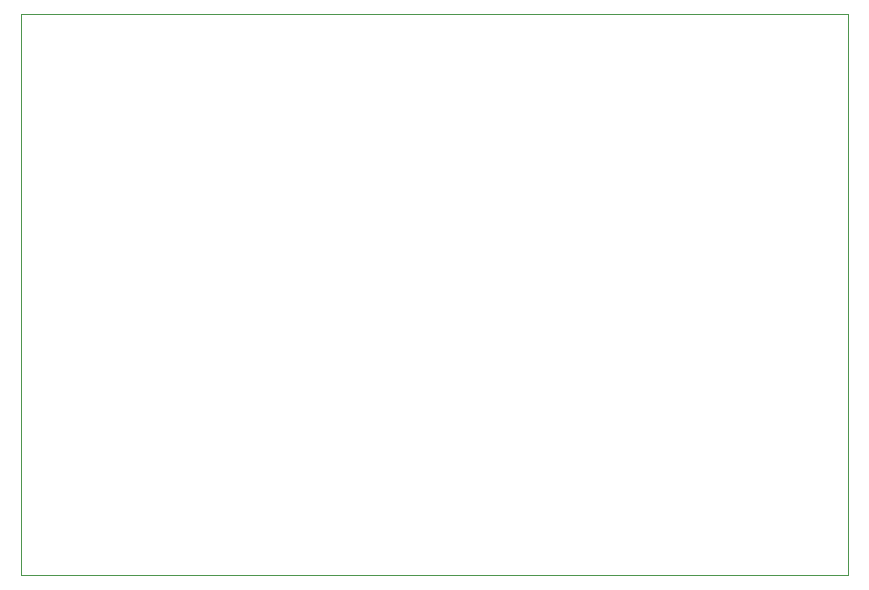
<source format=gbr>
G04 #@! TF.GenerationSoftware,KiCad,Pcbnew,(5.1.4-0-10_14)*
G04 #@! TF.CreationDate,2019-11-17T16:04:34+00:00*
G04 #@! TF.ProjectId,SELE_ACS,53454c45-5f41-4435-932e-6b696361645f,rev?*
G04 #@! TF.SameCoordinates,Original*
G04 #@! TF.FileFunction,Profile,NP*
%FSLAX46Y46*%
G04 Gerber Fmt 4.6, Leading zero omitted, Abs format (unit mm)*
G04 Created by KiCad (PCBNEW (5.1.4-0-10_14)) date 2019-11-17 16:04:34*
%MOMM*%
%LPD*%
G04 APERTURE LIST*
%ADD10C,0.100000*%
G04 APERTURE END LIST*
D10*
X77400000Y-111000000D02*
X77400000Y-63500000D01*
X147400000Y-111000000D02*
X77400000Y-111000000D01*
X147400000Y-63500000D02*
X147400000Y-111000000D01*
X77400000Y-63500000D02*
X147400000Y-63500000D01*
M02*

</source>
